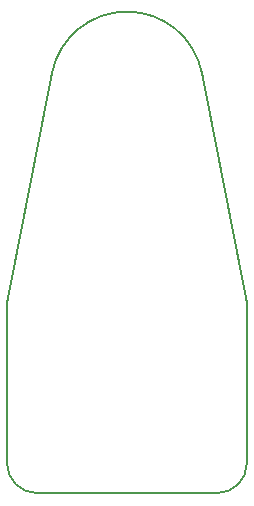
<source format=gm1>
%TF.GenerationSoftware,KiCad,Pcbnew,5.0.2+dfsg1-1*%
%TF.CreationDate,2021-06-28T10:58:25-04:00*%
%TF.ProjectId,dip-20-keychain,6469702d-3230-42d6-9b65-79636861696e,1*%
%TF.SameCoordinates,Original*%
%TF.FileFunction,Profile,NP*%
%FSLAX46Y46*%
G04 Gerber Fmt 4.6, Leading zero omitted, Abs format (unit mm)*
G04 Created by KiCad (PCBNEW 5.0.2+dfsg1-1) date Mon 28 Jun 2021 10:58:25 AM EDT*
%MOMM*%
%LPD*%
G01*
G04 APERTURE LIST*
%ADD10C,0.150000*%
G04 APERTURE END LIST*
D10*
X143510000Y-71120000D02*
X139700000Y-90551000D01*
X156210000Y-71120000D02*
X160020000Y-90551000D01*
X142240000Y-106680000D02*
G75*
G02X139700000Y-104140000I0J2540000D01*
G01*
X160020000Y-104140000D02*
G75*
G02X157480000Y-106680000I-2540000J0D01*
G01*
X143510001Y-71119999D02*
G75*
G02X156209999Y-71120001I6349999J-1270001D01*
G01*
X139700000Y-90551000D02*
X139700000Y-104140000D01*
X160020000Y-104140000D02*
X160020000Y-90551000D01*
X142240000Y-106680000D02*
X157480000Y-106680000D01*
M02*

</source>
